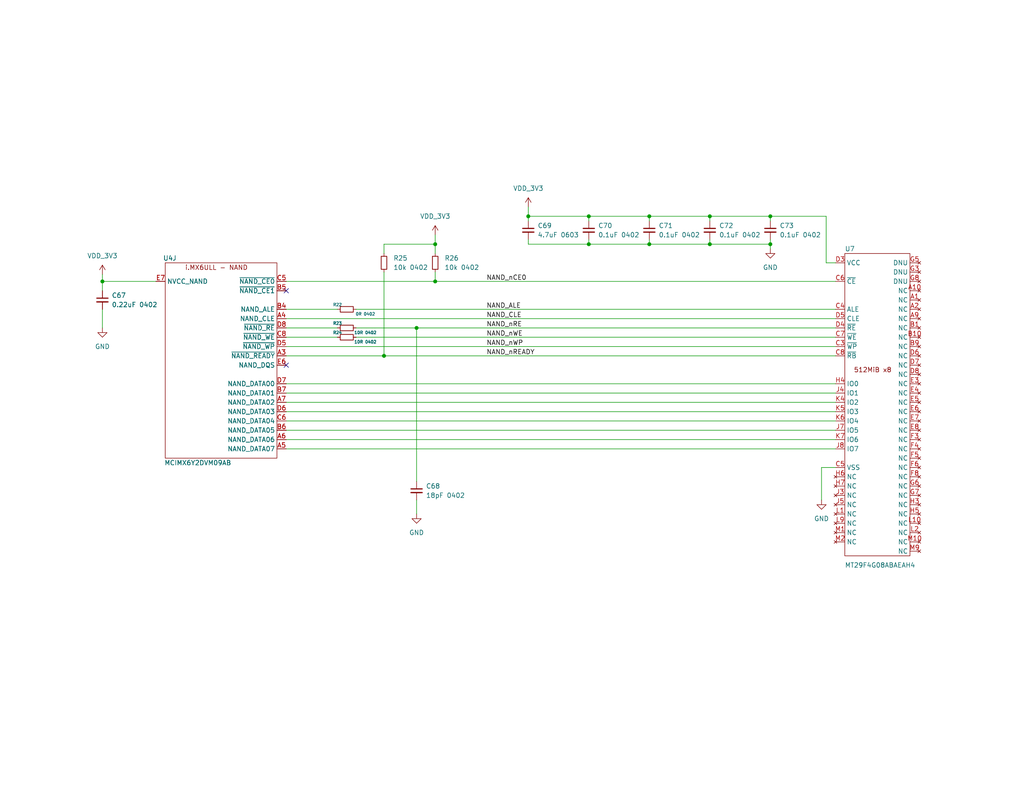
<source format=kicad_sch>
(kicad_sch (version 20211123) (generator eeschema)
  (paper "USLetter")
  (title_block (title "catfood") (company "Ian Kilgore"))
  (lib_symbols
    (symbol "Device:C_Small" (pin_numbers hide) (pin_names (offset 0.254) hide)
      (property "Reference" "C" (at 0.254 1.778 0))
      (property "Value" "C_Small" (at 0.254 -2.032 0))
      (symbol "C_Small_0_1"
        (polyline (pts (xy -1.524 -0.508) (xy 1.524 -0.508)) (stroke (width 0.3302)))
        (polyline (pts (xy -1.524 0.508) (xy 1.524 0.508)) (stroke (width 0.3048)))
      )
      (symbol "C_Small_1_1"
        (pin passive line (at 0 2.54 270) (length 2.032) (name "~") (number "1"))
        (pin passive line (at 0 -2.54 90) (length 2.032) (name "~") (number "2"))
      )
    )
    (symbol "Device:R_Small" (pin_numbers hide) (pin_names (offset 0.254) hide)
      (property "Reference" "R" (at 0.762 0.508 0))
      (property "Value" "R_Small" (at 0.762 -1.016 0))
      (symbol "R_Small_0_1"
        (rectangle (start -0.762 1.778) (end 0.762 -1.778) (stroke (width 0.2032)))
      )
      (symbol "R_Small_1_1"
        (pin passive line (at 0 2.54 270) (length 0.762) (name "~") (number "1"))
        (pin passive line (at 0 -2.54 90) (length 0.762) (name "~") (number "2"))
      )
    )
    (symbol "catfood:MCIMX6YxxVMxxxx"
      (property "Reference" "U" (at -19.05 27.94 0))
      (property "Value" "MCIMX6YxxVMxxxx" (at 10.16 27.94 0))
      (symbol "MCIMX6YxxVMxxxx_1_0"
        (text "i.MX6ULL - Power" (at -1.27 25.4 0) (effects (font (size 1.27 1.27))))
        (pin passive line (at -17.78 -29.21 0) (length 2.54) hide (name "VSS") (number "A1"))
        (pin passive line (at -17.78 -29.21 0) (length 2.54) hide (name "VSS") (number "A17"))
        (pin power_in line (at -17.78 -29.21 0) (length 2.54) (name "VSS") (number "C11"))
        (pin passive line (at -17.78 -29.21 0) (length 2.54) hide (name "VSS") (number "C15"))
        (pin passive line (at -17.78 -29.21 0) (length 2.54) hide (name "VSS") (number "C3"))
        (pin passive line (at -17.78 -29.21 0) (length 2.54) hide (name "VSS") (number "C7"))
        (pin passive line (at -17.78 -29.21 0) (length 2.54) hide (name "VSS") (number "E11"))
        (pin passive line (at -17.78 -29.21 0) (length 2.54) hide (name "VSS") (number "E8"))
        (pin passive line (at -17.78 -29.21 0) (length 2.54) hide (name "VSS") (number "F10"))
        (pin passive line (at -17.78 -29.21 0) (length 2.54) hide (name "VSS") (number "F11"))
        (pin passive line (at -17.78 -29.21 0) (length 2.54) hide (name "VSS") (number "F12"))
        (pin passive line (at -17.78 -29.21 0) (length 2.54) hide (name "VSS") (number "F6"))
        (pin passive line (at -17.78 -29.21 0) (length 2.54) hide (name "VSS") (number "F7"))
        (pin passive line (at -17.78 -29.21 0) (length 2.54) hide (name "VSS") (number "F8"))
        (pin passive line (at -17.78 -29.21 0) (length 2.54) hide (name "VSS") (number "F9"))
        (pin passive line (at 17.78 19.05 180) (length 2.54) (name "VDD_ARM_CAP") (number "G10"))
        (pin passive line (at 17.78 19.05 180) (length 2.54) hide (name "VDD_ARM_CAP") (number "G11"))
        (pin passive line (at -17.78 -29.21 0) (length 2.54) hide (name "VSS") (number "G12"))
        (pin passive line (at -17.78 -29.21 0) (length 2.54) hide (name "VSS") (number "G15"))
        (pin passive line (at -17.78 -29.21 0) (length 2.54) hide (name "VSS") (number "G3"))
        (pin passive line (at -17.78 -29.21 0) (length 2.54) hide (name "VSS") (number "G5"))
        (pin passive line (at -17.78 -29.21 0) (length 2.54) hide (name "VSS") (number "G7"))
        (pin passive line (at 17.78 1.27 180) (length 2.54) (name "VDD_SOC_CAP") (number "G8"))
        (pin passive line (at 17.78 19.05 180) (length 2.54) hide (name "VDD_ARM_CAP") (number "G9"))
        (pin power_in line (at -17.78 19.05 0) (length 2.54) (name "VDD_SOC_IN") (number "H10"))
        (pin passive line (at 17.78 19.05 180) (length 2.54) hide (name "VDD_ARM_CAP") (number "H11"))
        (pin passive line (at -17.78 -29.21 0) (length 2.54) hide (name "VSS") (number "H12"))
        (pin passive line (at -17.78 -29.21 0) (length 2.54) hide (name "VSS") (number "H7"))
        (pin passive line (at 17.78 1.27 180) (length 2.54) hide (name "VDD_SOC_CAP") (number "H8"))
        (pin passive line (at -17.78 19.05 0) (length 2.54) hide (name "VDD_SOC_IN") (number "H9"))
        (pin passive line (at -17.78 19.05 0) (length 2.54) hide (name "VDD_SOC_IN") (number "J10"))
        (pin passive line (at 17.78 1.27 180) (length 2.54) hide (name "VDD_SOC_CAP") (number "J11"))
        (pin passive line (at -17.78 -29.21 0) (length 2.54) hide (name "VSS") (number "J12"))
        (pin passive line (at -17.78 -29.21 0) (length 2.54) hide (name "VSS") (number "J5"))
        (pin passive line (at -17.78 -29.21 0) (length 2.54) hide (name "VSS") (number "J7"))
        (pin passive line (at 17.78 1.27 180) (length 2.54) hide (name "VDD_SOC_CAP") (number "J8"))
        (pin passive line (at -17.78 19.05 0) (length 2.54) hide (name "VDD_SOC_IN") (number "J9"))
        (pin passive line (at -17.78 19.05 0) (length 2.54) hide (name "VDD_SOC_IN") (number "K10"))
        (pin passive line (at 17.78 1.27 180) (length 2.54) hide (name "VDD_SOC_CAP") (number "K11"))
        (pin passive line (at -17.78 -29.21 0) (length 2.54) hide (name "VSS") (number "K12"))
        (pin passive line (at -17.78 -29.21 0) (length 2.54) hide (name "VSS") (number "K7"))
        (pin passive line (at 17.78 1.27 180) (length 2.54) hide (name "VDD_SOC_CAP") (number "K8"))
        (pin passive line (at -17.78 19.05 0) (length 2.54) hide (name "VDD_SOC_IN") (number "K9"))
        (pin passive line (at 17.78 1.27 180) (length 2.54) hide (name "VDD_SOC_CAP") (number "L10"))
        (pin passive line (at 17.78 1.27 180) (length 2.54) hide (name "VDD_SOC_CAP") (number "L11"))
        (pin passive line (at -17.78 -29.21 0) (length 2.54) hide (name "VSS") (number "L12"))
        (pin passive line (at -17.78 -29.21 0) (length 2.54) hide (name "VSS") (number "L3"))
        (pin passive line (at -17.78 -29.21 0) (length 2.54) hide (name "VSS") (number "L7"))
        (pin passive line (at 17.78 1.27 180) (length 2.54) hide (name "VDD_SOC_CAP") (number "L8"))
        (pin passive line (at 17.78 1.27 180) (length 2.54) hide (name "VDD_SOC_CAP") (number "L9"))
        (pin passive line (at -17.78 -29.21 0) (length 2.54) hide (name "VSS") (number "M10"))
        (pin passive line (at -17.78 -29.21 0) (length 2.54) hide (name "VSS") (number "M11"))
        (pin power_in line (at -17.78 -26.67 0) (length 2.54) (name "NGND_KEL0") (number "M12"))
        (pin passive line (at -17.78 -29.21 0) (length 2.54) hide (name "VSS") (number "M7"))
        (pin passive line (at -17.78 -29.21 0) (length 2.54) hide (name "VSS") (number "M8"))
        (pin passive line (at -17.78 -29.21 0) (length 2.54) hide (name "VSS") (number "M9"))
        (pin passive line (at 17.78 -29.21 180) (length 2.54) (name "VDD_SNVS_CAP") (number "N12"))
        (pin power_in line (at -17.78 1.27 0) (length 2.54) (name "VDD_HIGH_IN") (number "N13"))
        (pin passive line (at -17.78 -29.21 0) (length 2.54) hide (name "VSS") (number "N3"))
        (pin passive line (at -17.78 -29.21 0) (length 2.54) hide (name "VSS") (number "N5"))
        (pin power_in line (at -17.78 -13.97 0) (length 2.54) (name "VDD_SNVS_IN") (number "P12"))
        (pin passive line (at 17.78 -24.13 180) (length 2.54) (name "NVCC_PLL") (number "P13"))
        (pin passive line (at -17.78 -29.21 0) (length 2.54) hide (name "VSS") (number "R11"))
        (pin passive line (at 17.78 -13.97 180) (length 2.54) (name "VDD_HIGH_CAP") (number "R14"))
        (pin passive line (at 17.78 -13.97 180) (length 2.54) hide (name "VDD_HIGH_CAP") (number "R15"))
        (pin passive line (at -17.78 -29.21 0) (length 2.54) hide (name "VSS") (number "R16"))
        (pin passive line (at -17.78 -29.21 0) (length 2.54) hide (name "VSS") (number "R17"))
        (pin passive line (at -17.78 -29.21 0) (length 2.54) hide (name "VSS") (number "R3"))
        (pin passive line (at -17.78 -29.21 0) (length 2.54) hide (name "VSS") (number "R5"))
        (pin passive line (at -17.78 -29.21 0) (length 2.54) hide (name "VSS") (number "R7"))
        (pin passive line (at -17.78 -29.21 0) (length 2.54) hide (name "VSS") (number "T14"))
        (pin passive line (at -17.78 -29.21 0) (length 2.54) hide (name "VSS") (number "U1"))
        (pin passive line (at -17.78 -29.21 0) (length 2.54) hide (name "VSS") (number "U14"))
        (pin passive line (at -17.78 -29.21 0) (length 2.54) hide (name "VSS") (number "U17"))
      )
      (symbol "MCIMX6YxxVMxxxx_1_1"
        (rectangle (start -15.24 26.67) (end 15.24 -31.75))
      )
      (symbol "MCIMX6YxxVMxxxx_2_0"
        (rectangle (start -20.32 25.4) (end 15.24 -60.96))
        (text "i.MX6ULL - Control" (at -3.81 24.13 0) (effects (font (size 1.27 1.27))))
        (pin output line (at 17.78 -55.88 180) (length 2.54) (name "UART5_TX_DATA") (number "F17"))
        (pin input line (at 17.78 -58.42 180) (length 2.54) (name "UART5_RX_DATA") (number "G13"))
        (pin input line (at 17.78 -40.64 180) (length 2.54) (name "~{UART3_RTS}") (number "G14"))
        (pin input line (at 17.78 -50.8 180) (length 2.54) (name "UART4_RX_DATA") (number "G16"))
        (pin output line (at 17.78 -48.26 180) (length 2.54) (name "UART4_TX_DATA") (number "G17"))
        (pin passive line (at 17.78 -5.08 180) (length 2.54) (name "NVCC_UART") (number "H13"))
        (pin input line (at 17.78 -27.94 180) (length 2.54) (name "~{UART2_RTS}") (number "H14"))
        (pin output line (at 17.78 -43.18 180) (length 2.54) (name "~{UART3_CTS}") (number "H15"))
        (pin input line (at 17.78 -38.1 180) (length 2.54) (name "UART3_RX_DATA") (number "H16"))
        (pin output line (at 17.78 -35.56 180) (length 2.54) (name "UART3_TX_DATA") (number "H17"))
        (pin input line (at 17.78 -15.24 180) (length 2.54) (name "~{UART1_RTS}") (number "J14"))
        (pin output line (at 17.78 -30.48 180) (length 2.54) (name "~{UART2_CTS}") (number "J15"))
        (pin input line (at 17.78 -25.4 180) (length 2.54) (name "UART2_RX_DATA") (number "J16"))
        (pin output line (at 17.78 -22.86 180) (length 2.54) (name "UART2_TX_DATA") (number "J17"))
        (pin output line (at 17.78 -10.16 180) (length 2.54) (name "UART1_TX_DATA") (number "K14"))
        (pin output line (at 17.78 -17.78 180) (length 2.54) (name "~{UART1_CTS}") (number "K15"))
        (pin input line (at 17.78 -12.7 180) (length 2.54) (name "UART1_RX_DATA") (number "K16"))
        (pin passive line (at 17.78 22.86 180) (length 2.54) (name "JTAG_TCK") (number "M14"))
        (pin passive line (at -22.86 -15.24 0) (length 2.54) (name "SNVS_TAMPER7") (number "N10"))
        (pin passive line (at -22.86 -12.7 0) (length 2.54) (name "SNVS_TAMPER6") (number "N11"))
        (pin passive line (at 17.78 12.7 180) (length 2.54) (name "~{JTAG_TRST}") (number "N14"))
        (pin passive line (at 17.78 15.24 180) (length 2.54) (name "JTAG_TDO") (number "N15"))
        (pin passive line (at 17.78 17.78 180) (length 2.54) (name "JTAG_TDI") (number "N16"))
        (pin passive line (at -22.86 7.62 0) (length 2.54) (name "TEST_MODE") (number "N7"))
        (pin passive line (at -22.86 -10.16 0) (length 2.54) (name "SNVS_TAMPER5") (number "N8"))
        (pin passive line (at -22.86 -17.78 0) (length 2.54) (name "SNVS_TAMPER8") (number "N9"))
        (pin passive line (at -22.86 -5.08 0) (length 2.54) (name "SNVS_TAMPER3") (number "P10"))
        (pin passive line (at -22.86 -2.54 0) (length 2.54) (name "SNVS_TAMPER2") (number "P11"))
        (pin passive line (at 17.78 20.32 180) (length 2.54) (name "JTAG_TMS") (number "P14"))
        (pin passive line (at 17.78 10.16 180) (length 2.54) (name "JTAG_MOD") (number "P15"))
        (pin passive line (at 17.78 3.81 180) (length 2.54) (name "CCM_CLK1_N") (number "P16"))
        (pin passive line (at 17.78 1.27 180) (length 2.54) (name "CCM_CLK1_P") (number "P17"))
        (pin input line (at -22.86 20.32 0) (length 2.54) (name "~{POR}") (number "P8"))
        (pin passive line (at -22.86 -7.62 0) (length 2.54) (name "SNVS_TAMPER4") (number "P9"))
        (pin passive line (at -22.86 2.54 0) (length 2.54) (name "SNVS_TAMPER0") (number "R10"))
        (pin passive line (at -22.86 -54.61 0) (length 2.54) (name "GPANAIO") (number "R13"))
        (pin passive line (at -22.86 -20.32 0) (length 2.54) (name "SNVS_TAMPER9") (number "R6"))
        (pin input line (at -22.86 22.86 0) (length 2.54) (name "ONOFF") (number "R8"))
        (pin passive line (at -22.86 0 0) (length 2.54) (name "SNVS_TAMPER1") (number "R9"))
        (pin input line (at -22.86 12.7 0) (length 2.54) (name "BOOT_MODE0") (number "T10"))
        (pin passive line (at -22.86 -44.45 0) (length 2.54) (name "RTC_XTALI") (number "T11"))
        (pin passive line (at -22.86 -36.83 0) (length 2.54) (name "XTALI") (number "T16"))
        (pin passive line (at -22.86 -39.37 0) (length 2.54) (name "XTALO") (number "T17"))
        (pin passive line (at -22.86 -29.21 0) (length 2.54) (name "SNVS_PMIC_ON_REQ") (number "T9"))
        (pin input line (at -22.86 10.16 0) (length 2.54) (name "BOOT_MODE1") (number "U10"))
        (pin passive line (at -22.86 -46.99 0) (length 2.54) (name "RTC_XTALO") (number "U11"))
        (pin output line (at -22.86 -26.67 0) (length 2.54) (name "CCM_PMIC_STBY_REQ") (number "U9"))
      )
      (symbol "MCIMX6YxxVMxxxx_3_0"
        (text "i.MX6ULL - DDR" (at -1.27 25.4 0) (effects (font (size 1.27 1.27))))
        (pin output line (at 17.78 -36.83 180) (length 2.54) (name "DRAM_ODT1") (number "F1"))
        (pin output line (at -17.78 -13.97 0) (length 2.54) (name "DRAM_ADDR14") (number "G1"))
        (pin output line (at -17.78 6.35 0) (length 2.54) (name "DRAM_ADDR06") (number "G2"))
        (pin output line (at -17.78 -52.07 0) (length 2.54) (name "DRAM_RESET") (number "G4"))
        (pin power_in line (at 17.78 -50.8 180) (length 2.54) (name "NVCC_DRAM") (number "G6"))
        (pin output line (at -17.78 -22.86 0) (length 2.54) (name "DRAM_SDBA1") (number "H1"))
        (pin output line (at -17.78 19.05 0) (length 2.54) (name "DRAM_ADDR01") (number "H2"))
        (pin output line (at -17.78 -11.43 0) (length 2.54) (name "DRAM_ADDR13") (number "H3"))
        (pin output line (at -17.78 3.81 0) (length 2.54) (name "DRAM_ADDR07") (number "H4"))
        (pin output line (at -17.78 -33.02 0) (length 2.54) (name "~{DRAM_CS1}") (number "H5"))
        (pin passive line (at 17.78 -50.8 180) (length 2.54) hide (name "NVCC_DRAM") (number "H6"))
        (pin output line (at -17.78 -41.91 0) (length 2.54) (name "~{DRAM_SDWE}") (number "J1"))
        (pin output line (at -17.78 -39.37 0) (length 2.54) (name "~{DRAM_CAS}") (number "J2"))
        (pin output line (at 17.78 -43.18 180) (length 2.54) (name "DRAM_SDCKE1") (number "J3"))
        (pin output line (at -17.78 1.27 0) (length 2.54) (name "DRAM_ADDR08") (number "J4"))
        (pin passive line (at 17.78 -50.8 180) (length 2.54) hide (name "NVCC_DRAM") (number "J6"))
        (pin output line (at -17.78 16.51 0) (length 2.54) (name "DRAM_ADDR02") (number "K1"))
        (pin output line (at -17.78 -25.4 0) (length 2.54) (name "DRAM_SDBA2") (number "K2"))
        (pin output line (at -17.78 -6.35 0) (length 2.54) (name "DRAM_ADDR11") (number "K3"))
        (pin output line (at -17.78 11.43 0) (length 2.54) (name "DRAM_ADDR04") (number "K4"))
        (pin output line (at -17.78 -16.51 0) (length 2.54) (name "DRAM_ADDR15") (number "K5"))
        (pin passive line (at 17.78 -50.8 180) (length 2.54) hide (name "NVCC_DRAM") (number "K6"))
        (pin output line (at -17.78 8.89 0) (length 2.54) (name "DRAM_ADDR05") (number "L1"))
        (pin output line (at -17.78 -1.27 0) (length 2.54) (name "DRAM_ADDR09") (number "L2"))
        (pin output line (at -17.78 -8.89 0) (length 2.54) (name "DRAM_ADDR12") (number "L4"))
        (pin output line (at -17.78 21.59 0) (length 2.54) (name "DRAM_ADDR00") (number "L5"))
        (pin passive line (at 17.78 -50.8 180) (length 2.54) hide (name "NVCC_DRAM") (number "L6"))
        (pin output line (at -17.78 -20.32 0) (length 2.54) (name "DRAM_SDBA0") (number "M1"))
        (pin output line (at -17.78 13.97 0) (length 2.54) (name "DRAM_ADDR03") (number "M2"))
        (pin output line (at 17.78 -45.72 180) (length 2.54) (name "DRAM_SDCKE0") (number "M3"))
        (pin output line (at -17.78 -3.81 0) (length 2.54) (name "DRAM_ADDR10") (number "M4"))
        (pin output line (at -17.78 -36.83 0) (length 2.54) (name "~{DRAM_RAS}") (number "M5"))
        (pin passive line (at 17.78 -50.8 180) (length 2.54) hide (name "NVCC_DRAM") (number "M6"))
        (pin output line (at 17.78 -39.37 180) (length 2.54) (name "DRAM_ODT0") (number "N1"))
        (pin output line (at -17.78 -30.48 0) (length 2.54) (name "~{DRAM_CS0}") (number "N2"))
        (pin input line (at -17.78 -54.61 0) (length 2.54) (name "DRAM_ZQPAD") (number "N4"))
        (pin power_in line (at -17.78 -59.69 0) (length 2.54) (name "NVCC_DRAM_2P5") (number "N6"))
        (pin input line (at -17.78 -45.72 0) (length 2.54) (name "DRAM_SDCLK0_P") (number "P1"))
        (pin input line (at -17.78 -48.26 0) (length 2.54) (name "DRAM_SDCLK0_N") (number "P2"))
        (pin bidirectional line (at 17.78 -20.32 180) (length 2.54) (name "DRAM_DATA13") (number "P3"))
        (pin power_in line (at -17.78 -62.23 0) (length 2.54) (name "DRAM_VREF") (number "P4"))
        (pin bidirectional line (at 17.78 -17.78 180) (length 2.54) (name "DRAM_DATA12") (number "P5"))
        (pin input line (at 17.78 1.27 180) (length 2.54) (name "DRAM_SDQS0_P") (number "P6"))
        (pin input line (at 17.78 -1.27 180) (length 2.54) (name "DRAM_SDQS0_N") (number "P7"))
        (pin bidirectional line (at 17.78 -25.4 180) (length 2.54) (name "DRAM_DATA15") (number "R1"))
        (pin bidirectional line (at 17.78 -22.86 180) (length 2.54) (name "DRAM_DATA14") (number "R2"))
        (pin bidirectional line (at 17.78 -15.24 180) (length 2.54) (name "DRAM_DATA11") (number "R4"))
        (pin input line (at 17.78 -27.94 180) (length 2.54) (name "DRAM_SDQS1_P") (number "T1"))
        (pin input line (at 17.78 -30.48 180) (length 2.54) (name "DRAM_SDQS1_N") (number "T2"))
        (pin output line (at 17.78 -33.02 180) (length 2.54) (name "DRAM_DQM1") (number "T3"))
        (pin bidirectional line (at 17.78 21.59 180) (length 2.54) (name "DRAM_DATA00") (number "T4"))
        (pin bidirectional line (at 17.78 6.35 180) (length 2.54) (name "DRAM_DATA06") (number "T5"))
        (pin bidirectional line (at 17.78 16.51 180) (length 2.54) (name "DRAM_DATA02") (number "T6"))
        (pin output line (at 17.78 -3.81 180) (length 2.54) (name "DRAM_DQM0") (number "T7"))
        (pin bidirectional line (at 17.78 8.89 180) (length 2.54) (name "DRAM_DATA05") (number "T8"))
        (pin bidirectional line (at 17.78 -7.62 180) (length 2.54) (name "DRAM_DATA08") (number "U2"))
        (pin bidirectional line (at 17.78 -10.16 180) (length 2.54) (name "DRAM_DATA09") (number "U3"))
        (pin bidirectional line (at 17.78 3.81 180) (length 2.54) (name "DRAM_DATA07") (number "U4"))
        (pin bidirectional line (at 17.78 -12.7 180) (length 2.54) (name "DRAM_DATA10") (number "U5"))
        (pin bidirectional line (at 17.78 19.05 180) (length 2.54) (name "DRAM_DATA01") (number "U6"))
        (pin bidirectional line (at 17.78 13.97 180) (length 2.54) (name "DRAM_DATA03") (number "U7"))
        (pin bidirectional line (at 17.78 11.43 180) (length 2.54) (name "DRAM_DATA04") (number "U8"))
      )
      (symbol "MCIMX6YxxVMxxxx_3_1"
        (rectangle (start -15.24 26.67) (end 15.24 -64.77))
      )
      (symbol "MCIMX6YxxVMxxxx_4_0"
        (text "i.MX6ULL - LCD" (at -1.27 25.4 0) (effects (font (size 1.27 1.27))))
        (pin output line (at 17.78 6.35 180) (length 2.54) (name "LCD_DATA06") (number "A10"))
        (pin output line (at 17.78 -1.27 180) (length 2.54) (name "LCD_DATA09") (number "A11"))
        (pin output line (at 17.78 -13.97 180) (length 2.54) (name "LCD_DATA14") (number "A12"))
        (pin output line (at 17.78 -24.13 180) (length 2.54) (name "LCD_DATA18") (number "A13"))
        (pin output line (at 17.78 -34.29 180) (length 2.54) (name "LCD_DATA22") (number "A14"))
        (pin output line (at -17.78 15.24 0) (length 2.54) (name "LCD_CLK") (number "A8"))
        (pin output line (at 17.78 19.05 180) (length 2.54) (name "LCD_DATA01") (number "A9"))
        (pin output line (at 17.78 8.89 180) (length 2.54) (name "LCD_DATA05") (number "B10"))
        (pin output line (at 17.78 1.27 180) (length 2.54) (name "LCD_DATA08") (number "B11"))
        (pin output line (at 17.78 -11.43 180) (length 2.54) (name "LCD_DATA13") (number "B12"))
        (pin output line (at 17.78 -21.59 180) (length 2.54) (name "LCD_DATA17") (number "B13"))
        (pin output line (at 17.78 -31.75 180) (length 2.54) (name "LCD_DATA21") (number "B14"))
        (pin output line (at 17.78 -36.83 180) (length 2.54) (name "LCD_DATA23") (number "B16"))
        (pin output line (at -17.78 12.7 0) (length 2.54) (name "LCD_ENABLE") (number "B8"))
        (pin output line (at 17.78 21.59 180) (length 2.54) (name "LCD_DATA00") (number "B9"))
        (pin output line (at 17.78 11.43 180) (length 2.54) (name "LCD_DATA04") (number "C10"))
        (pin output line (at 17.78 -8.89 180) (length 2.54) (name "LCD_DATA12") (number "C12"))
        (pin output line (at 17.78 -19.05 180) (length 2.54) (name "LCD_DATA16") (number "C13"))
        (pin output line (at 17.78 -29.21 180) (length 2.54) (name "LCD_DATA20") (number "C14"))
        (pin output line (at -17.78 7.62 0) (length 2.54) (name "LCD_VSYNC") (number "C9"))
        (pin output line (at 17.78 13.97 180) (length 2.54) (name "LCD_DATA03") (number "D10"))
        (pin output line (at 17.78 3.81 180) (length 2.54) (name "LCD_DATA07") (number "D11"))
        (pin output line (at 17.78 -6.35 180) (length 2.54) (name "LCD_DATA11") (number "D12"))
        (pin output line (at 17.78 -16.51 180) (length 2.54) (name "LCD_DATA15") (number "D13"))
        (pin output line (at 17.78 -26.67 180) (length 2.54) (name "LCD_DATA19") (number "D14"))
        (pin output line (at -17.78 10.16 0) (length 2.54) (name "LCD_HSYNC") (number "D9"))
        (pin output line (at 17.78 16.51 180) (length 2.54) (name "LCD_DATA02") (number "E10"))
        (pin output line (at 17.78 -3.81 180) (length 2.54) (name "LCD_DATA10") (number "E12"))
        (pin power_in line (at -17.78 21.59 0) (length 2.54) (name "NVCC_LCD") (number "E13"))
        (pin output line (at -17.78 5.08 0) (length 2.54) (name "LCD_RESET") (number "E9"))
      )
      (symbol "MCIMX6YxxVMxxxx_4_1"
        (rectangle (start -15.24 26.67) (end 15.24 -39.37))
      )
      (symbol "MCIMX6YxxVMxxxx_5_0"
        (text "i.MX6ULL - CSI" (at -1.27 25.4 0) (effects (font (size 1.27 1.27))))
        (pin bidirectional line (at 17.78 -8.89 180) (length 2.54) (name "CSI_DATA07") (number "D1"))
        (pin bidirectional line (at 17.78 -6.35 180) (length 2.54) (name "CSI_DATA06") (number "D2"))
        (pin bidirectional line (at 17.78 -3.81 180) (length 2.54) (name "CSI_DATA05") (number "D3"))
        (pin bidirectional line (at 17.78 -1.27 180) (length 2.54) (name "CSI_DATA04") (number "D4"))
        (pin bidirectional line (at 17.78 1.27 180) (length 2.54) (name "CSI_DATA03") (number "E1"))
        (pin bidirectional line (at 17.78 3.81 180) (length 2.54) (name "CSI_DATA02") (number "E2"))
        (pin bidirectional line (at 17.78 6.35 180) (length 2.54) (name "CSI_DATA01") (number "E3"))
        (pin bidirectional line (at 17.78 8.89 180) (length 2.54) (name "CSI_DATA00") (number "E4"))
        (pin bidirectional line (at 17.78 19.05 180) (length 2.54) (name "CSI_PIXCLK") (number "E5"))
        (pin bidirectional line (at 17.78 15.24 180) (length 2.54) (name "CSI_VSYNC") (number "F2"))
        (pin bidirectional line (at 17.78 12.7 180) (length 2.54) (name "CSI_HSYNC") (number "F3"))
        (pin power_in line (at -17.78 21.59 0) (length 2.54) (name "NVCC_CSI") (number "F4"))
        (pin bidirectional line (at 17.78 21.59 180) (length 2.54) (name "CSI_MCLK") (number "F5"))
      )
      (symbol "MCIMX6YxxVMxxxx_5_1"
        (rectangle (start -15.24 26.67) (end 15.24 -11.43))
      )
      (symbol "MCIMX6YxxVMxxxx_6_0"
        (text "i.MX6ULL - USB" (at -1.27 25.4 0) (effects (font (size 1.27 1.27))))
        (pin passive line (at 20.32 7.62 180) (length 2.54) (name "VDD_USB_CAP") (number "R12"))
        (pin power_in line (at -17.78 19.05 0) (length 2.54) (name "USB_OTG1_VBUS") (number "T12"))
        (pin bidirectional line (at 20.32 1.27 180) (length 2.54) (name "USB_OTG2_DN") (number "T13"))
        (pin bidirectional line (at 20.32 19.05 180) (length 2.54) (name "USB_OTG1_DN") (number "T15"))
        (pin power_in line (at -17.78 1.27 0) (length 2.54) (name "USB2_OTG2_VBUS") (number "U12"))
        (pin bidirectional line (at 20.32 -1.27 180) (length 2.54) (name "USB_OTG2_DP") (number "U13"))
        (pin bidirectional line (at 20.32 16.51 180) (length 2.54) (name "USB_OTG1_DP") (number "U15"))
        (pin bidirectional line (at 20.32 13.97 180) (length 2.54) (name "~{USB_OTG1_CHD}") (number "U16"))
      )
      (symbol "MCIMX6YxxVMxxxx_6_1"
        (rectangle (start -15.24 26.67) (end 17.78 -3.81))
      )
      (symbol "MCIMX6YxxVMxxxx_7_0"
        (text "i.MX6ULL - ADC" (at -1.27 25.4 0) (effects (font (size 1.27 1.27))))
        (pin power_in line (at -17.78 21.59 0) (length 2.54) (name "VDDA_ADC_3P3") (number "L13"))
        (pin power_in line (at -17.78 19.05 0) (length 2.54) (name "ADC_VREFH") (number "M13"))
      )
      (symbol "MCIMX6YxxVMxxxx_7_1"
        (rectangle (start -15.24 26.67) (end 10.16 15.24))
      )
      (symbol "MCIMX6YxxVMxxxx_8_0"
        (text "i.MX6ULL - Ethernet" (at -1.27 25.4 0) (effects (font (size 1.27 1.27))))
        (pin bidirectional line (at 17.78 -5.08 180) (length 2.54) (name "ENET2_TX_DATA0") (number "A15"))
        (pin bidirectional line (at 17.78 -7.62 180) (length 2.54) (name "ENET2_TX_DATA1") (number "A16"))
        (pin bidirectional line (at 17.78 -10.16 180) (length 2.54) (name "ENET2_TX_EN") (number "B15"))
        (pin bidirectional line (at 17.78 -22.86 180) (length 2.54) (name "ENET2_RX_EN") (number "B17"))
        (pin bidirectional line (at 17.78 -17.78 180) (length 2.54) (name "ENET2_RX_DATA1") (number "C16"))
        (pin bidirectional line (at 17.78 -15.24 180) (length 2.54) (name "ENET2_RX_DATA0") (number "C17"))
        (pin bidirectional line (at 17.78 6.35 180) (length 2.54) (name "ENET1_RX_ER") (number "D15"))
        (pin bidirectional line (at 17.78 -20.32 180) (length 2.54) (name "ENET2_RX_ER") (number "D16"))
        (pin bidirectional line (at 17.78 -12.7 180) (length 2.54) (name "ENET2_TX_CLK") (number "D17"))
        (pin bidirectional line (at 17.78 19.05 180) (length 2.54) (name "ENET1_TX_DATA1") (number "E14"))
        (pin bidirectional line (at 17.78 21.59 180) (length 2.54) (name "ENET1_TX_DATA0") (number "E15"))
        (pin bidirectional line (at 17.78 3.81 180) (length 2.54) (name "ENET1_RX_EN") (number "E16"))
        (pin bidirectional line (at 17.78 8.89 180) (length 2.54) (name "ENET1_RX_DATA1") (number "E17"))
        (pin power_in line (at -17.78 21.59 0) (length 2.54) (name "NVCC_ENET") (number "F13"))
        (pin bidirectional line (at 17.78 13.97 180) (length 2.54) (name "ENET1_TX_CLK") (number "F14"))
        (pin bidirectional line (at 17.78 16.51 180) (length 2.54) (name "ENET1_TX_EN") (number "F15"))
        (pin bidirectional line (at 17.78 11.43 180) (length 2.54) (name "ENET1_RX_DATA0") (number "F16"))
      )
      (symbol "MCIMX6YxxVMxxxx_8_1"
        (rectangle (start -15.24 26.67) (end 15.24 -25.4))
      )
      (symbol "MCIMX6YxxVMxxxx_9_0"
        (text "i.MX6ULL - SD" (at -1.27 25.4 0) (effects (font (size 1.27 1.27))))
        (pin bidirectional line (at 17.78 6.35 180) (length 2.54) (name "SD1_DATA3") (number "A2"))
        (pin bidirectional line (at 17.78 8.89 180) (length 2.54) (name "SD1_DATA2") (number "B1"))
        (pin bidirectional line (at 17.78 11.43 180) (length 2.54) (name "SD1_DATA1") (number "B2"))
        (pin bidirectional line (at 17.78 13.97 180) (length 2.54) (name "SD1_DATA0") (number "B3"))
        (pin bidirectional line (at 17.78 21.59 180) (length 2.54) (name "SD1_CLK") (number "C1"))
        (pin bidirectional line (at 17.78 19.05 180) (length 2.54) (name "SD1_CMD") (number "C2"))
        (pin power_in line (at -17.78 21.59 0) (length 2.54) (name "NVCC_SD1") (number "C4"))
      )
      (symbol "MCIMX6YxxVMxxxx_9_1"
        (rectangle (start -15.24 26.67) (end 15.24 3.81))
      )
      (symbol "MCIMX6YxxVMxxxx_10_0"
        (text "i.MX6ULL - NAND" (at -1.27 25.4 0) (effects (font (size 1.27 1.27))))
        (pin bidirectional line (at 17.78 1.27 180) (length 2.54) (name "~{NAND_READY}") (number "A3"))
        (pin bidirectional line (at 17.78 11.43 180) (length 2.54) (name "NAND_CLE") (number "A4"))
        (pin bidirectional line (at 17.78 -24.13 180) (length 2.54) (name "NAND_DATA07") (number "A5"))
        (pin bidirectional line (at 17.78 -21.59 180) (length 2.54) (name "NAND_DATA06") (number "A6"))
        (pin bidirectional line (at 17.78 -11.43 180) (length 2.54) (name "NAND_DATA02") (number "A7"))
        (pin bidirectional line (at 17.78 13.97 180) (length 2.54) (name "NAND_ALE") (number "B4"))
        (pin output line (at 17.78 19.05 180) (length 2.54) (name "~{NAND_CE1}") (number "B5"))
        (pin bidirectional line (at 17.78 -19.05 180) (length 2.54) (name "NAND_DATA05") (number "B6"))
        (pin bidirectional line (at 17.78 -8.89 180) (length 2.54) (name "NAND_DATA01") (number "B7"))
        (pin output line (at 17.78 21.59 180) (length 2.54) (name "~{NAND_CE0}") (number "C5"))
        (pin bidirectional line (at 17.78 -16.51 180) (length 2.54) (name "NAND_DATA04") (number "C6"))
        (pin bidirectional line (at 17.78 6.35 180) (length 2.54) (name "~{NAND_WE}") (number "C8"))
        (pin bidirectional line (at 17.78 3.81 180) (length 2.54) (name "~{NAND_WP}") (number "D5"))
        (pin bidirectional line (at 17.78 -13.97 180) (length 2.54) (name "NAND_DATA03") (number "D6"))
        (pin bidirectional line (at 17.78 -6.35 180) (length 2.54) (name "NAND_DATA00") (number "D7"))
        (pin bidirectional line (at 17.78 8.89 180) (length 2.54) (name "~{NAND_RE}") (number "D8"))
        (pin bidirectional line (at 17.78 -1.27 180) (length 2.54) (name "NAND_DQS") (number "E6"))
        (pin power_in line (at -17.78 21.59 0) (length 2.54) (name "NVCC_NAND") (number "E7"))
      )
      (symbol "MCIMX6YxxVMxxxx_10_1"
        (rectangle (start -15.24 26.67) (end 15.24 -26.67))
      )
      (symbol "MCIMX6YxxVMxxxx_11_0"
        (text "i.MX6ULL - GPIO" (at -1.27 25.4 0) (effects (font (size 1.27 1.27))))
        (pin power_in line (at -17.78 21.59 0) (length 2.54) (name "NVCC_GPIO") (number "J13"))
        (pin bidirectional line (at 17.78 21.59 180) (length 2.54) (name "GPIO1_IO00") (number "K13"))
        (pin bidirectional line (at 17.78 6.35 180) (length 2.54) (name "GPIO1_IO06") (number "K17"))
        (pin bidirectional line (at 17.78 16.51 180) (length 2.54) (name "GPIO1_IO02") (number "L14"))
        (pin bidirectional line (at 17.78 19.05 180) (length 2.54) (name "GPIO1_IO01") (number "L15"))
        (pin bidirectional line (at 17.78 3.81 180) (length 2.54) (name "GPOI1_IO07") (number "L16"))
        (pin bidirectional line (at 17.78 13.97 180) (length 2.54) (name "GPIO1_IO03") (number "L17"))
        (pin bidirectional line (at 17.78 -1.27 180) (length 2.54) (name "GPIO1_IO09") (number "M15"))
        (pin bidirectional line (at 17.78 11.43 180) (length 2.54) (name "GPIO1_IO04") (number "M16"))
        (pin bidirectional line (at 17.78 8.89 180) (length 2.54) (name "GPIO1_IO05") (number "M17"))
        (pin bidirectional line (at 17.78 1.27 180) (length 2.54) (name "GPIO1_IO08") (number "N17"))
      )
      (symbol "MCIMX6YxxVMxxxx_11_1"
        (rectangle (start -15.24 26.67) (end 15.24 -3.81))
      )
    )
    (symbol "catfood:MT29F4G08ABAEAH4"
      (property "Reference" "U" (at -6.35 10.16 0))
      (property "Value" "MT29F4G08ABAEAH4" (at 1.27 -74.93 0))
      (symbol "MT29F4G08ABAEAH4_0_0"
        (text "512MiB x8" (at 0 -22.86 0) (effects (font (size 1.27 1.27))))
        (pin no_connect line (at 12.7 -3.81 180) (length 2.54) (name "NC") (number "A1"))
        (pin no_connect line (at 12.7 -1.27 180) (length 2.54) (name "NC") (number "A10"))
        (pin no_connect line (at 12.7 -6.35 180) (length 2.54) (name "NC") (number "A2"))
        (pin no_connect line (at 12.7 -8.89 180) (length 2.54) (name "NC") (number "A9"))
        (pin no_connect line (at 12.7 -11.43 180) (length 2.54) (name "NC") (number "B1"))
        (pin no_connect line (at 12.7 -13.97 180) (length 2.54) (name "NC") (number "B10"))
        (pin no_connect line (at 12.7 -16.51 180) (length 2.54) (name "NC") (number "B9"))
        (pin input line (at -10.16 -16.51 0) (length 2.54) (name "~{WP}") (number "C3"))
        (pin input line (at -10.16 -6.35 0) (length 2.54) (name "ALE") (number "C4"))
        (pin power_in line (at -10.16 -49.53 0) (length 2.54) (name "VSS") (number "C5"))
        (pin input line (at -10.16 1.27 0) (length 2.54) (name "~{CE}") (number "C6"))
        (pin input line (at -10.16 -13.97 0) (length 2.54) (name "~{WE}") (number "C7"))
        (pin open_collector line (at -10.16 -19.05 0) (length 2.54) (name "~{RB}") (number "C8"))
        (pin power_in line (at -10.16 6.35 0) (length 2.54) (name "VCC") (number "D3"))
        (pin input line (at -10.16 -11.43 0) (length 2.54) (name "~{RE}") (number "D4"))
        (pin input line (at -10.16 -8.89 0) (length 2.54) (name "CLE") (number "D5"))
        (pin no_connect line (at 12.7 -19.05 180) (length 2.54) (name "NC") (number "D6"))
        (pin no_connect line (at 12.7 -21.59 180) (length 2.54) (name "NC") (number "D7"))
        (pin no_connect line (at 12.7 -24.13 180) (length 2.54) (name "NC") (number "D8"))
        (pin no_connect line (at 12.7 -26.67 180) (length 2.54) (name "NC") (number "E3"))
        (pin no_connect line (at 12.7 -29.21 180) (length 2.54) (name "NC") (number "E4"))
        (pin no_connect line (at 12.7 -31.75 180) (length 2.54) (name "NC") (number "E5"))
        (pin no_connect line (at 12.7 -34.29 180) (length 2.54) (name "NC") (number "E6"))
        (pin no_connect line (at 12.7 -36.83 180) (length 2.54) (name "NC") (number "E7"))
        (pin no_connect line (at 12.7 -39.37 180) (length 2.54) (name "NC") (number "E8"))
        (pin no_connect line (at 12.7 -41.91 180) (length 2.54) (name "NC") (number "F3"))
        (pin no_connect line (at 12.7 -44.45 180) (length 2.54) (name "NC") (number "F4"))
        (pin no_connect line (at 12.7 -46.99 180) (length 2.54) (name "NC") (number "F5"))
        (pin no_connect line (at 12.7 -49.53 180) (length 2.54) (name "NC") (number "F6"))
        (pin passive line (at -10.16 -49.53 0) (length 2.54) hide (name "VSS") (number "F7"))
        (pin no_connect line (at 12.7 -52.07 180) (length 2.54) (name "NC") (number "F8"))
        (pin no_connect line (at 12.7 3.81 180) (length 2.54) (name "DNU") (number "G3"))
        (pin passive line (at -10.16 6.35 0) (length 2.54) hide (name "VCC") (number "G4"))
        (pin no_connect line (at 12.7 6.35 180) (length 2.54) (name "DNU") (number "G5"))
        (pin no_connect line (at 12.7 -54.61 180) (length 2.54) (name "NC") (number "G6"))
        (pin no_connect line (at 12.7 -57.15 180) (length 2.54) (name "NC") (number "G7"))
        (pin no_connect line (at 12.7 1.27 180) (length 2.54) (name "DNU") (number "G8"))
        (pin no_connect line (at 12.7 -59.69 180) (length 2.54) (name "NC") (number "H3"))
        (pin bidirectional line (at -10.16 -26.67 0) (length 2.54) (name "IO0") (number "H4"))
        (pin no_connect line (at 12.7 -62.23 180) (length 2.54) (name "NC") (number "H5"))
        (pin no_connect line (at -10.16 -52.07 0) (length 2.54) (name "NC") (number "H6"))
        (pin no_connect line (at -10.16 -54.61 0) (length 2.54) (name "NC") (number "H7"))
        (pin passive line (at -10.16 6.35 0) (length 2.54) hide (name "VCC") (number "H8"))
        (pin no_connect line (at -10.16 -57.15 0) (length 2.54) (name "NC") (number "J3"))
        (pin bidirectional line (at -10.16 -29.21 0) (length 2.54) (name "IO1") (number "J4"))
        (pin no_connect line (at -10.16 -59.69 0) (length 2.54) (name "NC") (number "J5"))
        (pin passive line (at -10.16 6.35 0) (length 2.54) hide (name "VCC") (number "J6"))
        (pin bidirectional line (at -10.16 -39.37 0) (length 2.54) (name "IO5") (number "J7"))
        (pin bidirectional line (at -10.16 -44.45 0) (length 2.54) (name "IO7") (number "J8"))
        (pin passive line (at -10.16 -49.53 0) (length 2.54) hide (name "VSS") (number "K3"))
        (pin bidirectional line (at -10.16 -31.75 0) (length 2.54) (name "IO2") (number "K4"))
        (pin bidirectional line (at -10.16 -34.29 0) (length 2.54) (name "IO3") (number "K5"))
        (pin bidirectional line (at -10.16 -36.83 0) (length 2.54) (name "IO4") (number "K6"))
        (pin bidirectional line (at -10.16 -41.91 0) (length 2.54) (name "IO6") (number "K7"))
        (pin passive line (at -10.16 -49.53 0) (length 2.54) hide (name "VSS") (number "K8"))
        (pin no_connect line (at -10.16 -62.23 0) (length 2.54) (name "NC") (number "L1"))
        (pin no_connect line (at 12.7 -64.77 180) (length 2.54) (name "NC") (number "L10"))
        (pin no_connect line (at 12.7 -67.31 180) (length 2.54) (name "NC") (number "L2"))
        (pin no_connect line (at -10.16 -64.77 0) (length 2.54) (name "NC") (number "L9"))
        (pin no_connect line (at -10.16 -67.31 0) (length 2.54) (name "NC") (number "M1"))
        (pin no_connect line (at 12.7 -69.85 180) (length 2.54) (name "NC") (number "M10"))
        (pin no_connect line (at -10.16 -69.85 0) (length 2.54) (name "NC") (number "M2"))
        (pin no_connect line (at 12.7 -72.39 180) (length 2.54) (name "NC") (number "M9"))
      )
      (symbol "MT29F4G08ABAEAH4_0_1"
        (rectangle (start -7.62 8.89) (end 10.16 -73.66))
      )
    )
    (symbol "catfood:VDD_3V3" (power) (pin_names (offset 0))
      (property "Value" "VDD_3V3" (at 0 5.08 0))
      (symbol "VDD_3V3_0_1"
        (polyline (pts (xy -0.762 1.27) (xy 0 2.54)))
        (polyline (pts (xy 0 0) (xy 0 2.54)))
        (polyline (pts (xy 0 2.54) (xy 0.762 1.27)))
      )
      (symbol "VDD_3V3_1_1"
        (pin power_in line (at 0 0 90) (length 0) hide (name "VDD_3V3") (number "1"))
      )
    )
    (symbol "power:GND" (power) (pin_names (offset 0))
      (property "Value" "GND" (at 0 -3.81 0))
      (symbol "GND_0_1"
        (polyline (pts (xy 0 0) (xy 0 -1.27) (xy 1.27 -1.27) (xy 0 -2.54) (xy -1.27 -1.27) (xy 0 -1.27)))
      )
      (symbol "GND_1_1"
        (pin power_in line (at 0 0 270) (length 0) hide (name "GND") (number "1"))
      )
    )
  )
  (junction (at 144.145 59.055))
  (junction (at 210.185 59.055))
  (junction (at 193.675 59.055))
  (junction (at 27.94 76.835))
  (junction (at 160.655 59.055))
  (junction (at 210.185 66.675))
  (junction (at 160.655 66.675))
  (junction (at 193.675 66.675))
  (junction (at 118.745 76.835))
  (junction (at 104.775 97.155))
  (junction (at 113.665 89.535))
  (junction (at 118.745 66.675))
  (junction (at 177.165 59.055))
  (junction (at 177.165 66.675))
  (no_connect (at 78.105 79.375))
  (no_connect (at 78.105 99.695))
  (wire (pts (xy 104.775 69.215) (xy 104.775 66.675)))
  (wire (pts (xy 210.185 65.405) (xy 210.185 66.675)))
  (wire (pts (xy 113.665 89.535) (xy 227.965 89.535)))
  (wire (pts (xy 177.165 66.675) (xy 160.655 66.675)))
  (wire (pts (xy 27.94 74.93) (xy 27.94 76.835)))
  (wire (pts (xy 227.965 127.635) (xy 224.155 127.635)))
  (wire (pts (xy 78.105 114.935) (xy 227.965 114.935)))
  (wire (pts (xy 78.105 92.075) (xy 92.075 92.075)))
  (wire (pts (xy 144.145 66.675) (xy 144.145 65.405)))
  (wire (pts (xy 97.155 84.455) (xy 227.965 84.455)))
  (wire (pts (xy 97.155 92.075) (xy 227.965 92.075)))
  (wire (pts (xy 104.775 66.675) (xy 118.745 66.675)))
  (wire (pts (xy 144.145 56.515) (xy 144.145 59.055)))
  (wire (pts (xy 78.105 120.015) (xy 227.965 120.015)))
  (wire (pts (xy 224.155 127.635) (xy 224.155 136.525)))
  (wire (pts (xy 78.105 94.615) (xy 227.965 94.615)))
  (wire (pts (xy 177.165 59.055) (xy 193.675 59.055)))
  (wire (pts (xy 78.105 84.455) (xy 92.075 84.455)))
  (wire (pts (xy 160.655 59.055) (xy 160.655 60.325)))
  (wire (pts (xy 227.965 71.755) (xy 225.425 71.755)))
  (wire (pts (xy 210.185 67.945) (xy 210.185 66.675)))
  (wire (pts (xy 78.105 86.995) (xy 227.965 86.995)))
  (wire (pts (xy 78.105 89.535) (xy 92.075 89.535)))
  (wire (pts (xy 78.105 117.475) (xy 227.965 117.475)))
  (wire (pts (xy 193.675 65.405) (xy 193.675 66.675)))
  (wire (pts (xy 118.745 64.135) (xy 118.745 66.675)))
  (wire (pts (xy 27.94 79.375) (xy 27.94 76.835)))
  (wire (pts (xy 160.655 59.055) (xy 177.165 59.055)))
  (wire (pts (xy 144.145 59.055) (xy 144.145 60.325)))
  (wire (pts (xy 97.155 89.535) (xy 113.665 89.535)))
  (wire (pts (xy 104.775 74.295) (xy 104.775 97.155)))
  (wire (pts (xy 225.425 71.755) (xy 225.425 59.055)))
  (wire (pts (xy 118.745 76.835) (xy 227.965 76.835)))
  (wire (pts (xy 104.775 97.155) (xy 227.965 97.155)))
  (wire (pts (xy 210.185 59.055) (xy 210.185 60.325)))
  (wire (pts (xy 78.105 104.775) (xy 227.965 104.775)))
  (wire (pts (xy 144.145 59.055) (xy 160.655 59.055)))
  (wire (pts (xy 78.105 76.835) (xy 118.745 76.835)))
  (wire (pts (xy 160.655 65.405) (xy 160.655 66.675)))
  (wire (pts (xy 193.675 59.055) (xy 193.675 60.325)))
  (wire (pts (xy 78.105 109.855) (xy 227.965 109.855)))
  (wire (pts (xy 78.105 112.395) (xy 227.965 112.395)))
  (wire (pts (xy 193.675 59.055) (xy 210.185 59.055)))
  (wire (pts (xy 118.745 66.675) (xy 118.745 69.215)))
  (wire (pts (xy 78.105 122.555) (xy 227.965 122.555)))
  (wire (pts (xy 177.165 65.405) (xy 177.165 66.675)))
  (wire (pts (xy 160.655 66.675) (xy 144.145 66.675)))
  (wire (pts (xy 78.105 97.155) (xy 104.775 97.155)))
  (wire (pts (xy 177.165 59.055) (xy 177.165 60.325)))
  (wire (pts (xy 193.675 66.675) (xy 177.165 66.675)))
  (wire (pts (xy 113.665 89.535) (xy 113.665 131.445)))
  (wire (pts (xy 27.94 84.455) (xy 27.94 89.535)))
  (wire (pts (xy 27.94 76.835) (xy 42.545 76.835)))
  (wire (pts (xy 78.105 107.315) (xy 227.965 107.315)))
  (wire (pts (xy 210.185 66.675) (xy 193.675 66.675)))
  (wire (pts (xy 113.665 136.525) (xy 113.665 140.335)))
  (wire (pts (xy 118.745 74.295) (xy 118.745 76.835)))
  (wire (pts (xy 210.185 59.055) (xy 225.425 59.055)))
  (label "NAND_nWP" (at 132.715 94.615 0))
  (label "NAND_nCE0" (at 132.715 76.835 0))
  (label "NAND_nREADY" (at 132.715 97.155 0))
  (label "NAND_ALE" (at 132.715 84.455 0))
  (label "NAND_nRE" (at 132.715 89.535 0))
  (label "NAND_CLE" (at 132.715 86.995 0))
  (label "NAND_nWE" (at 132.715 92.075 0))
  (symbol (lib_id "Device:C_Small") (at 113.665 133.985 0) (unit 1)
    (property "Reference" "C68" (at 116.205 132.7212 0) (effects (justify left)))
    (property "Value" "18pF 0402" (at 116.205 135.2612 0) (effects (justify left)))
    (property "Footprint" "Capacitor_SMD:C_0402_1005Metric" (effects hide))
  )
  (symbol (lib_id "Device:C_Small") (at 210.185 62.865 0) (unit 1)
    (property "Reference" "C73" (at 212.725 61.6012 0) (effects (justify left)))
    (property "Value" "0.1uF 0402" (at 212.725 64.1412 0) (effects (justify left)))
    (property "Footprint" "Capacitor_SMD:C_0402_1005Metric" (effects hide))
  )
  (symbol (lib_id "power:GND") (at 224.155 136.525 0) (unit 1)
    (property "Reference" "#PWR089" (effects hide))
    (property "Value" "GND" (at 224.155 141.605 0))
  )
  (symbol (lib_id "Device:C_Small") (at 27.94 81.915 0) (unit 1)
    (property "Reference" "C67" (at 30.48 80.6512 0) (effects (justify left)))
    (property "Value" "0.22uF 0402" (at 30.48 83.1912 0) (effects (justify left)))
    (property "Footprint" "Capacitor_SMD:C_0402_1005Metric" (effects hide))
  )
  (symbol (lib_id "Device:C_Small") (at 193.675 62.865 0) (unit 1)
    (property "Reference" "C72" (at 196.215 61.6012 0) (effects (justify left)))
    (property "Value" "0.1uF 0402" (at 196.215 64.1412 0) (effects (justify left)))
    (property "Footprint" "Capacitor_SMD:C_0402_1005Metric" (effects hide))
  )
  (symbol (lib_id "Device:R_Small") (at 118.745 71.755 0) (unit 1)
    (property "Reference" "R26" (at 121.285 70.4849 0) (effects (justify left)))
    (property "Value" "10k 0402" (at 121.285 73.0249 0) (effects (justify left)))
    (property "Footprint" "Resistor_SMD:R_0402_1005Metric" (effects hide))
  )
  (symbol (lib_id "power:GND") (at 210.185 67.945 0) (unit 1)
    (property "Reference" "#PWR088" (effects hide))
    (property "Value" "GND" (at 210.185 73.025 0))
  )
  (symbol (lib_id "power:GND") (at 113.665 140.335 0) (unit 1)
    (property "Reference" "#PWR085" (effects hide))
    (property "Value" "GND" (at 113.665 145.415 0))
  )
  (symbol (lib_id "Device:C_Small") (at 144.145 62.865 0) (unit 1)
    (property "Reference" "C69" (at 146.685 61.6012 0) (effects (justify left)))
    (property "Value" "4.7uF 0603" (at 146.685 64.1412 0) (effects (justify left)))
    (property "Footprint" "Capacitor_SMD:C_0603_1608Metric" (effects hide))
  )
  (symbol (lib_id "catfood:MCIMX6YxxVMxxxx") (at 60.325 98.425 0) (unit 10)
    (property "Reference" "U4" (at 46.355 70.485 0))
    (property "Value" "MCIMX6Y2DVM09AB" (at 53.975 126.365 0))
    (property "Manufacturer" "NXP" (effects hide))
    (property "MfgPartNo" "MCIMX6Y2DVM09AB" (effects hide))
    (property "Vendor" "Digi-Key" (effects hide))
    (property "VendorPartNo" "568-14995-ND" (effects hide))
  )
  (symbol (lib_id "Device:R_Small") (at 94.615 92.075 90) (unit 1)
    (property "Reference" "R24" (at 92.075 90.805 90) (effects (font (size 0.8 0.8))))
    (property "Value" "10R 0402" (at 99.695 93.345 90) (effects (font (size 0.8 0.8))))
    (property "Footprint" "Resistor_SMD:R_0402_1005Metric" (effects hide))
  )
  (symbol (lib_id "catfood:VDD_3V3") (at 144.145 56.515 0) (unit 1)
    (property "Reference" "#PWR087" (effects hide))
    (property "Value" "VDD_3V3" (at 144.145 51.435 0))
  )
  (symbol (lib_id "Device:R_Small") (at 94.615 89.535 90) (unit 1)
    (property "Reference" "R23" (at 92.075 88.265 90) (effects (font (size 0.8 0.8))))
    (property "Value" "10R 0402" (at 99.695 90.805 90) (effects (font (size 0.8 0.8))))
    (property "Footprint" "Resistor_SMD:R_0402_1005Metric" (effects hide))
  )
  (symbol (lib_id "catfood:MT29F4G08ABAEAH4") (at 238.125 78.105 0) (unit 1)
    (property "Reference" "U7" (at 230.505 67.945 0) (effects (justify left)))
    (property "Value" "MT29F4G08ABAEAH4" (at 230.505 154.305 0) (effects (justify left)))
  )
  (symbol (lib_id "Device:C_Small") (at 177.165 62.865 0) (unit 1)
    (property "Reference" "C71" (at 179.705 61.6012 0) (effects (justify left)))
    (property "Value" "0.1uF 0402" (at 179.705 64.1412 0) (effects (justify left)))
    (property "Footprint" "Capacitor_SMD:C_0402_1005Metric" (effects hide))
  )
  (symbol (lib_id "Device:C_Small") (at 160.655 62.865 0) (unit 1)
    (property "Reference" "C70" (at 163.195 61.6012 0) (effects (justify left)))
    (property "Value" "0.1uF 0402" (at 163.195 64.1412 0) (effects (justify left)))
    (property "Footprint" "Capacitor_SMD:C_0402_1005Metric" (effects hide))
  )
  (symbol (lib_id "catfood:VDD_3V3") (at 118.745 64.135 0) (unit 1)
    (property "Reference" "#PWR086" (effects hide))
    (property "Value" "VDD_3V3" (at 118.745 59.055 0))
  )
  (symbol (lib_id "Device:R_Small") (at 104.775 71.755 0) (unit 1)
    (property "Reference" "R25" (at 107.315 70.4849 0) (effects (justify left)))
    (property "Value" "10k 0402" (at 107.315 73.0249 0) (effects (justify left)))
    (property "Footprint" "Resistor_SMD:R_0402_1005Metric" (effects hide))
  )
  (symbol (lib_id "Device:R_Small") (at 94.615 84.455 90) (unit 1)
    (property "Reference" "R22" (at 92.075 83.185 90) (effects (font (size 0.8 0.8))))
    (property "Value" "0R 0402" (at 99.695 85.725 90) (effects (font (size 0.8 0.8))))
    (property "Footprint" "Resistor_SMD:R_0402_1005Metric" (effects hide))
  )
  (symbol (lib_id "catfood:VDD_3V3") (at 27.94 74.93 0) (unit 1)
    (property "Reference" "#PWR083" (effects hide))
    (property "Value" "VDD_3V3" (at 27.94 69.85 0))
  )
  (symbol (lib_id "power:GND") (at 27.94 89.535 0) (unit 1)
    (property "Reference" "#PWR084" (effects hide))
    (property "Value" "GND" (at 27.94 94.615 0))
  )
)
</source>
